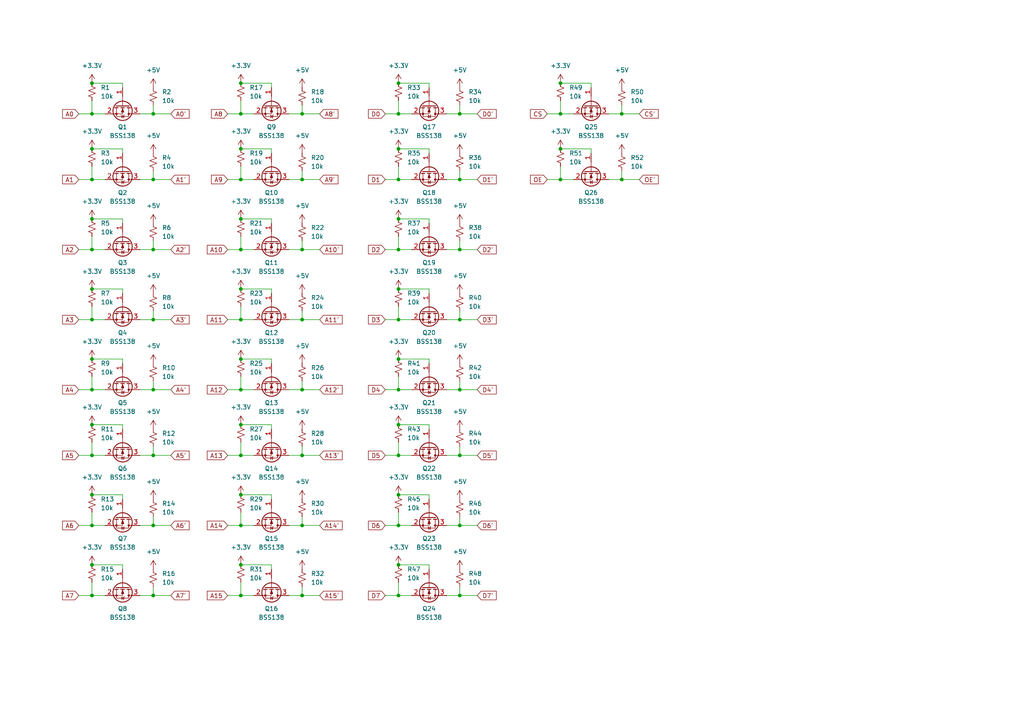
<source format=kicad_sch>
(kicad_sch (version 20231120) (generator "eeschema") (generator_version "8.0")
  (paper "A4")
  (junction (at 115.57 63.5))
  (junction (at 115.57 113.03))
  (junction (at 162.56 52.07))
  (junction (at 162.56 24.13))
  (junction (at 87.63 92.71))
  (junction (at 44.45 113.03))
  (junction (at 115.57 43.18))
  (junction (at 69.85 83.82))
  (junction (at 26.67 113.03))
  (junction (at 69.85 163.83))
  (junction (at 26.67 33.02))
  (junction (at 44.45 152.4))
  (junction (at 87.63 152.4))
  (junction (at 26.67 123.19))
  (junction (at 115.57 72.39))
  (junction (at 69.85 43.18))
  (junction (at 115.57 132.08))
  (junction (at 87.63 113.03))
  (junction (at 133.35 33.02))
  (junction (at 26.67 72.39))
  (junction (at 115.57 123.19))
  (junction (at 26.67 92.71))
  (junction (at 115.57 152.4))
  (junction (at 115.57 172.72))
  (junction (at 44.45 92.71))
  (junction (at 26.67 63.5))
  (junction (at 133.35 172.72))
  (junction (at 115.57 33.02))
  (junction (at 115.57 83.82))
  (junction (at 133.35 72.39))
  (junction (at 69.85 72.39))
  (junction (at 26.67 132.08))
  (junction (at 44.45 132.08))
  (junction (at 69.85 104.14))
  (junction (at 115.57 104.14))
  (junction (at 44.45 52.07))
  (junction (at 69.85 152.4))
  (junction (at 44.45 33.02))
  (junction (at 87.63 132.08))
  (junction (at 69.85 123.19))
  (junction (at 26.67 43.18))
  (junction (at 26.67 163.83))
  (junction (at 69.85 33.02))
  (junction (at 26.67 24.13))
  (junction (at 26.67 83.82))
  (junction (at 26.67 52.07))
  (junction (at 87.63 33.02))
  (junction (at 69.85 63.5))
  (junction (at 69.85 113.03))
  (junction (at 115.57 24.13))
  (junction (at 26.67 143.51))
  (junction (at 115.57 163.83))
  (junction (at 44.45 172.72))
  (junction (at 115.57 52.07))
  (junction (at 115.57 143.51))
  (junction (at 133.35 132.08))
  (junction (at 26.67 172.72))
  (junction (at 69.85 52.07))
  (junction (at 133.35 52.07))
  (junction (at 87.63 172.72))
  (junction (at 180.34 33.02))
  (junction (at 133.35 113.03))
  (junction (at 69.85 24.13))
  (junction (at 26.67 104.14))
  (junction (at 69.85 92.71))
  (junction (at 162.56 43.18))
  (junction (at 69.85 172.72))
  (junction (at 115.57 92.71))
  (junction (at 69.85 132.08))
  (junction (at 162.56 33.02))
  (junction (at 87.63 72.39))
  (junction (at 87.63 52.07))
  (junction (at 26.67 152.4))
  (junction (at 180.34 52.07))
  (junction (at 133.35 92.71))
  (junction (at 44.45 72.39))
  (junction (at 69.85 143.51))
  (junction (at 133.35 152.4))
  (wire (pts (xy 162.56 29.21) (xy 162.56 33.02)))
  (wire (pts (xy 44.45 132.08) (xy 40.64 132.08)))
  (wire (pts (xy 87.63 30.48) (xy 87.63 33.02)))
  (wire (pts (xy 87.63 52.07) (xy 92.71 52.07)))
  (wire (pts (xy 22.86 33.02) (xy 26.67 33.02)))
  (wire (pts (xy 26.67 168.91) (xy 26.67 172.72)))
  (wire (pts (xy 115.57 113.03) (xy 119.38 113.03)))
  (wire (pts (xy 133.35 110.49) (xy 133.35 113.03)))
  (wire (pts (xy 35.56 163.83) (xy 26.67 163.83)))
  (wire (pts (xy 78.74 165.1) (xy 78.74 163.83)))
  (wire (pts (xy 44.45 132.08) (xy 49.53 132.08)))
  (wire (pts (xy 111.76 52.07) (xy 115.57 52.07)))
  (wire (pts (xy 124.46 24.13) (xy 115.57 24.13)))
  (wire (pts (xy 35.56 44.45) (xy 35.56 43.18)))
  (wire (pts (xy 44.45 92.71) (xy 49.53 92.71)))
  (wire (pts (xy 69.85 132.08) (xy 73.66 132.08)))
  (wire (pts (xy 22.86 52.07) (xy 26.67 52.07)))
  (wire (pts (xy 115.57 33.02) (xy 119.38 33.02)))
  (wire (pts (xy 124.46 25.4) (xy 124.46 24.13)))
  (wire (pts (xy 44.45 90.17) (xy 44.45 92.71)))
  (wire (pts (xy 69.85 72.39) (xy 73.66 72.39)))
  (wire (pts (xy 22.86 132.08) (xy 26.67 132.08)))
  (wire (pts (xy 124.46 143.51) (xy 115.57 143.51)))
  (wire (pts (xy 26.67 72.39) (xy 30.48 72.39)))
  (wire (pts (xy 26.67 113.03) (xy 30.48 113.03)))
  (wire (pts (xy 87.63 113.03) (xy 83.82 113.03)))
  (wire (pts (xy 180.34 52.07) (xy 185.42 52.07)))
  (wire (pts (xy 87.63 152.4) (xy 92.71 152.4)))
  (wire (pts (xy 69.85 29.21) (xy 69.85 33.02)))
  (wire (pts (xy 78.74 83.82) (xy 69.85 83.82)))
  (wire (pts (xy 87.63 33.02) (xy 92.71 33.02)))
  (wire (pts (xy 35.56 144.78) (xy 35.56 143.51)))
  (wire (pts (xy 133.35 52.07) (xy 129.54 52.07)))
  (wire (pts (xy 133.35 152.4) (xy 129.54 152.4)))
  (wire (pts (xy 87.63 49.53) (xy 87.63 52.07)))
  (wire (pts (xy 133.35 172.72) (xy 138.43 172.72)))
  (wire (pts (xy 35.56 104.14) (xy 26.67 104.14)))
  (wire (pts (xy 44.45 149.86) (xy 44.45 152.4)))
  (wire (pts (xy 124.46 163.83) (xy 115.57 163.83)))
  (wire (pts (xy 162.56 33.02) (xy 166.37 33.02)))
  (wire (pts (xy 69.85 52.07) (xy 73.66 52.07)))
  (wire (pts (xy 162.56 52.07) (xy 166.37 52.07)))
  (wire (pts (xy 133.35 33.02) (xy 138.43 33.02)))
  (wire (pts (xy 66.04 132.08) (xy 69.85 132.08)))
  (wire (pts (xy 26.67 172.72) (xy 30.48 172.72)))
  (wire (pts (xy 22.86 72.39) (xy 26.67 72.39)))
  (wire (pts (xy 35.56 63.5) (xy 26.67 63.5)))
  (wire (pts (xy 87.63 52.07) (xy 83.82 52.07)))
  (wire (pts (xy 133.35 52.07) (xy 138.43 52.07)))
  (wire (pts (xy 124.46 83.82) (xy 115.57 83.82)))
  (wire (pts (xy 111.76 72.39) (xy 115.57 72.39)))
  (wire (pts (xy 69.85 168.91) (xy 69.85 172.72)))
  (wire (pts (xy 44.45 52.07) (xy 40.64 52.07)))
  (wire (pts (xy 115.57 52.07) (xy 119.38 52.07)))
  (wire (pts (xy 44.45 72.39) (xy 40.64 72.39)))
  (wire (pts (xy 26.67 152.4) (xy 30.48 152.4)))
  (wire (pts (xy 124.46 165.1) (xy 124.46 163.83)))
  (wire (pts (xy 69.85 128.27) (xy 69.85 132.08)))
  (wire (pts (xy 87.63 92.71) (xy 92.71 92.71)))
  (wire (pts (xy 69.85 172.72) (xy 73.66 172.72)))
  (wire (pts (xy 87.63 172.72) (xy 83.82 172.72)))
  (wire (pts (xy 35.56 64.77) (xy 35.56 63.5)))
  (wire (pts (xy 69.85 109.22) (xy 69.85 113.03)))
  (wire (pts (xy 115.57 92.71) (xy 119.38 92.71)))
  (wire (pts (xy 115.57 29.21) (xy 115.57 33.02)))
  (wire (pts (xy 78.74 123.19) (xy 69.85 123.19)))
  (wire (pts (xy 124.46 144.78) (xy 124.46 143.51)))
  (wire (pts (xy 87.63 172.72) (xy 92.71 172.72)))
  (wire (pts (xy 133.35 149.86) (xy 133.35 152.4)))
  (wire (pts (xy 66.04 92.71) (xy 69.85 92.71)))
  (wire (pts (xy 35.56 24.13) (xy 26.67 24.13)))
  (wire (pts (xy 111.76 152.4) (xy 115.57 152.4)))
  (wire (pts (xy 35.56 83.82) (xy 26.67 83.82)))
  (wire (pts (xy 133.35 49.53) (xy 133.35 52.07)))
  (wire (pts (xy 26.67 29.21) (xy 26.67 33.02)))
  (wire (pts (xy 133.35 152.4) (xy 138.43 152.4)))
  (wire (pts (xy 44.45 172.72) (xy 40.64 172.72)))
  (wire (pts (xy 69.85 88.9) (xy 69.85 92.71)))
  (wire (pts (xy 115.57 152.4) (xy 119.38 152.4)))
  (wire (pts (xy 22.86 172.72) (xy 26.67 172.72)))
  (wire (pts (xy 115.57 132.08) (xy 119.38 132.08)))
  (wire (pts (xy 158.75 33.02) (xy 162.56 33.02)))
  (wire (pts (xy 158.75 52.07) (xy 162.56 52.07)))
  (wire (pts (xy 124.46 104.14) (xy 115.57 104.14)))
  (wire (pts (xy 44.45 52.07) (xy 49.53 52.07)))
  (wire (pts (xy 44.45 30.48) (xy 44.45 33.02)))
  (wire (pts (xy 133.35 132.08) (xy 129.54 132.08)))
  (wire (pts (xy 87.63 72.39) (xy 83.82 72.39)))
  (wire (pts (xy 133.35 72.39) (xy 138.43 72.39)))
  (wire (pts (xy 133.35 92.71) (xy 129.54 92.71)))
  (wire (pts (xy 124.46 124.46) (xy 124.46 123.19)))
  (wire (pts (xy 78.74 24.13) (xy 69.85 24.13)))
  (wire (pts (xy 44.45 170.18) (xy 44.45 172.72)))
  (wire (pts (xy 133.35 69.85) (xy 133.35 72.39)))
  (wire (pts (xy 78.74 25.4) (xy 78.74 24.13)))
  (wire (pts (xy 69.85 148.59) (xy 69.85 152.4)))
  (wire (pts (xy 66.04 52.07) (xy 69.85 52.07)))
  (wire (pts (xy 87.63 149.86) (xy 87.63 152.4)))
  (wire (pts (xy 26.67 48.26) (xy 26.67 52.07)))
  (wire (pts (xy 111.76 113.03) (xy 115.57 113.03)))
  (wire (pts (xy 26.67 132.08) (xy 30.48 132.08)))
  (wire (pts (xy 171.45 44.45) (xy 171.45 43.18)))
  (wire (pts (xy 44.45 172.72) (xy 49.53 172.72)))
  (wire (pts (xy 78.74 163.83) (xy 69.85 163.83)))
  (wire (pts (xy 111.76 132.08) (xy 115.57 132.08)))
  (wire (pts (xy 180.34 33.02) (xy 176.53 33.02)))
  (wire (pts (xy 44.45 49.53) (xy 44.45 52.07)))
  (wire (pts (xy 115.57 88.9) (xy 115.57 92.71)))
  (wire (pts (xy 124.46 85.09) (xy 124.46 83.82)))
  (wire (pts (xy 180.34 33.02) (xy 185.42 33.02)))
  (wire (pts (xy 124.46 44.45) (xy 124.46 43.18)))
  (wire (pts (xy 26.67 68.58) (xy 26.67 72.39)))
  (wire (pts (xy 111.76 33.02) (xy 115.57 33.02)))
  (wire (pts (xy 26.67 52.07) (xy 30.48 52.07)))
  (wire (pts (xy 44.45 113.03) (xy 40.64 113.03)))
  (wire (pts (xy 35.56 25.4) (xy 35.56 24.13)))
  (wire (pts (xy 87.63 92.71) (xy 83.82 92.71)))
  (wire (pts (xy 115.57 172.72) (xy 119.38 172.72)))
  (wire (pts (xy 124.46 64.77) (xy 124.46 63.5)))
  (wire (pts (xy 35.56 43.18) (xy 26.67 43.18)))
  (wire (pts (xy 111.76 92.71) (xy 115.57 92.71)))
  (wire (pts (xy 22.86 92.71) (xy 26.67 92.71)))
  (wire (pts (xy 111.76 172.72) (xy 115.57 172.72)))
  (wire (pts (xy 66.04 113.03) (xy 69.85 113.03)))
  (wire (pts (xy 66.04 72.39) (xy 69.85 72.39)))
  (wire (pts (xy 87.63 110.49) (xy 87.63 113.03)))
  (wire (pts (xy 26.67 128.27) (xy 26.67 132.08)))
  (wire (pts (xy 171.45 24.13) (xy 162.56 24.13)))
  (wire (pts (xy 44.45 69.85) (xy 44.45 72.39)))
  (wire (pts (xy 44.45 152.4) (xy 49.53 152.4)))
  (wire (pts (xy 162.56 48.26) (xy 162.56 52.07)))
  (wire (pts (xy 133.35 132.08) (xy 138.43 132.08)))
  (wire (pts (xy 115.57 128.27) (xy 115.57 132.08)))
  (wire (pts (xy 133.35 172.72) (xy 129.54 172.72)))
  (wire (pts (xy 66.04 172.72) (xy 69.85 172.72)))
  (wire (pts (xy 133.35 113.03) (xy 138.43 113.03)))
  (wire (pts (xy 44.45 110.49) (xy 44.45 113.03)))
  (wire (pts (xy 133.35 90.17) (xy 133.35 92.71)))
  (wire (pts (xy 115.57 168.91) (xy 115.57 172.72)))
  (wire (pts (xy 133.35 113.03) (xy 129.54 113.03)))
  (wire (pts (xy 69.85 113.03) (xy 73.66 113.03)))
  (wire (pts (xy 69.85 33.02) (xy 73.66 33.02)))
  (wire (pts (xy 180.34 52.07) (xy 176.53 52.07)))
  (wire (pts (xy 133.35 30.48) (xy 133.35 33.02)))
  (wire (pts (xy 35.56 165.1) (xy 35.56 163.83)))
  (wire (pts (xy 66.04 33.02) (xy 69.85 33.02)))
  (wire (pts (xy 26.67 109.22) (xy 26.67 113.03)))
  (wire (pts (xy 78.74 124.46) (xy 78.74 123.19)))
  (wire (pts (xy 78.74 63.5) (xy 69.85 63.5)))
  (wire (pts (xy 87.63 132.08) (xy 83.82 132.08)))
  (wire (pts (xy 133.35 170.18) (xy 133.35 172.72)))
  (wire (pts (xy 69.85 48.26) (xy 69.85 52.07)))
  (wire (pts (xy 22.86 113.03) (xy 26.67 113.03)))
  (wire (pts (xy 115.57 68.58) (xy 115.57 72.39)))
  (wire (pts (xy 87.63 33.02) (xy 83.82 33.02)))
  (wire (pts (xy 133.35 33.02) (xy 129.54 33.02)))
  (wire (pts (xy 87.63 90.17) (xy 87.63 92.71)))
  (wire (pts (xy 124.46 105.41) (xy 124.46 104.14)))
  (wire (pts (xy 87.63 152.4) (xy 83.82 152.4)))
  (wire (pts (xy 78.74 143.51) (xy 69.85 143.51)))
  (wire (pts (xy 87.63 72.39) (xy 92.71 72.39)))
  (wire (pts (xy 124.46 63.5) (xy 115.57 63.5)))
  (wire (pts (xy 35.56 123.19) (xy 26.67 123.19)))
  (wire (pts (xy 124.46 43.18) (xy 115.57 43.18)))
  (wire (pts (xy 26.67 88.9) (xy 26.67 92.71)))
  (wire (pts (xy 26.67 148.59) (xy 26.67 152.4)))
  (wire (pts (xy 44.45 33.02) (xy 49.53 33.02)))
  (wire (pts (xy 69.85 92.71) (xy 73.66 92.71)))
  (wire (pts (xy 87.63 170.18) (xy 87.63 172.72)))
  (wire (pts (xy 78.74 144.78) (xy 78.74 143.51)))
  (wire (pts (xy 78.74 43.18) (xy 69.85 43.18)))
  (wire (pts (xy 133.35 72.39) (xy 129.54 72.39)))
  (wire (pts (xy 171.45 43.18) (xy 162.56 43.18)))
  (wire (pts (xy 87.63 113.03) (xy 92.71 113.03)))
  (wire (pts (xy 180.34 49.53) (xy 180.34 52.07)))
  (wire (pts (xy 180.34 30.48) (xy 180.34 33.02)))
  (wire (pts (xy 87.63 129.54) (xy 87.63 132.08)))
  (wire (pts (xy 35.56 124.46) (xy 35.56 123.19)))
  (wire (pts (xy 133.35 129.54) (xy 133.35 132.08)))
  (wire (pts (xy 26.67 33.02) (xy 30.48 33.02)))
  (wire (pts (xy 66.04 152.4) (xy 69.85 152.4)))
  (wire (pts (xy 44.45 92.71) (xy 40.64 92.71)))
  (wire (pts (xy 44.45 72.39) (xy 49.53 72.39)))
  (wire (pts (xy 78.74 104.14) (xy 69.85 104.14)))
  (wire (pts (xy 115.57 72.39) (xy 119.38 72.39)))
  (wire (pts (xy 35.56 105.41) (xy 35.56 104.14)))
  (wire (pts (xy 26.67 92.71) (xy 30.48 92.71)))
  (wire (pts (xy 35.56 85.09) (xy 35.56 83.82)))
  (wire (pts (xy 78.74 105.41) (xy 78.74 104.14)))
  (wire (pts (xy 69.85 152.4) (xy 73.66 152.4)))
  (wire (pts (xy 44.45 152.4) (xy 40.64 152.4)))
  (wire (pts (xy 115.57 109.22) (xy 115.57 113.03)))
  (wire (pts (xy 44.45 129.54) (xy 44.45 132.08)))
  (wire (pts (xy 78.74 85.09) (xy 78.74 83.82)))
  (wire (pts (xy 69.85 68.58) (xy 69.85 72.39)))
  (wire (pts (xy 124.46 123.19) (xy 115.57 123.19)))
  (wire (pts (xy 44.45 113.03) (xy 49.53 113.03)))
  (wire (pts (xy 78.74 64.77) (xy 78.74 63.5)))
  (wire (pts (xy 115.57 48.26) (xy 115.57 52.07)))
  (wire (pts (xy 22.86 152.4) (xy 26.67 152.4)))
  (wire (pts (xy 87.63 132.08) (xy 92.71 132.08)))
  (wire (pts (xy 171.45 25.4) (xy 171.45 24.13)))
  (wire (pts (xy 35.56 143.51) (xy 26.67 143.51)))
  (wire (pts (xy 87.63 69.85) (xy 87.63 72.39)))
  (wire (pts (xy 44.45 33.02) (xy 40.64 33.02)))
  (wire (pts (xy 115.57 148.59) (xy 115.57 152.4)))
  (wire (pts (xy 78.74 44.45) (xy 78.74 43.18)))
  (wire (pts (xy 133.35 92.71) (xy 138.43 92.71)))
  (global_label "A12" (shape input) (at 66.04 113.03 180) (property "Intersheetrefs" "${INTERSHEET_REFS}" (effects (hide yes))))
  (global_label "A15'" (shape input) (at 92.71 172.72 0) (property "Intersheetrefs" "${INTERSHEET_REFS}" (effects (hide yes))))
  (global_label "OE'" (shape input) (at 185.42 52.07 0) (property "Intersheetrefs" "${INTERSHEET_REFS}" (effects (hide yes))))
  (global_label "D0" (shape input) (at 111.76 33.02 180) (property "Intersheetrefs" "${INTERSHEET_REFS}" (effects (hide yes))))
  (global_label "A8" (shape input) (at 66.04 33.02 180) (property "Intersheetrefs" "${INTERSHEET_REFS}" (effects (hide yes))))
  (global_label "D4" (shape input) (at 111.76 113.03 180) (property "Intersheetrefs" "${INTERSHEET_REFS}" (effects (hide yes))))
  (global_label "A6'" (shape input) (at 49.53 152.4 0) (property "Intersheetrefs" "${INTERSHEET_REFS}" (effects (hide yes))))
  (global_label "A5" (shape input) (at 22.86 132.08 180) (property "Intersheetrefs" "${INTERSHEET_REFS}" (effects (hide yes))))
  (global_label "D5'" (shape input) (at 138.43 132.08 0) (property "Intersheetrefs" "${INTERSHEET_REFS}" (effects (hide yes))))
  (global_label "D3'" (shape input) (at 138.43 92.71 0) (property "Intersheetrefs" "${INTERSHEET_REFS}" (effects (hide yes))))
  (global_label "A13'" (shape input) (at 92.71 132.08 0) (property "Intersheetrefs" "${INTERSHEET_REFS}" (effects (hide yes))))
  (global_label "A0'" (shape input) (at 49.53 33.02 0) (property "Intersheetrefs" "${INTERSHEET_REFS}" (effects (hide yes))))
  (global_label "A0" (shape input) (at 22.86 33.02 180) (property "Intersheetrefs" "${INTERSHEET_REFS}" (effects (hide yes))))
  (global_label "A6" (shape input) (at 22.86 152.4 180) (property "Intersheetrefs" "${INTERSHEET_REFS}" (effects (hide yes))))
  (global_label "D6'" (shape input) (at 138.43 152.4 0) (property "Intersheetrefs" "${INTERSHEET_REFS}" (effects (hide yes))))
  (global_label "A15" (shape input) (at 66.04 172.72 180) (property "Intersheetrefs" "${INTERSHEET_REFS}" (effects (hide yes))))
  (global_label "A9" (shape input) (at 66.04 52.07 180) (property "Intersheetrefs" "${INTERSHEET_REFS}" (effects (hide yes))))
  (global_label "D4'" (shape input) (at 138.43 113.03 0) (property "Intersheetrefs" "${INTERSHEET_REFS}" (effects (hide yes))))
  (global_label "A7" (shape input) (at 22.86 172.72 180) (property "Intersheetrefs" "${INTERSHEET_REFS}" (effects (hide yes))))
  (global_label "OE" (shape input) (at 158.75 52.07 180) (property "Intersheetrefs" "${INTERSHEET_REFS}" (effects (hide yes))))
  (global_label "D2'" (shape input) (at 138.43 72.39 0) (property "Intersheetrefs" "${INTERSHEET_REFS}" (effects (hide yes))))
  (global_label "D1'" (shape input) (at 138.43 52.07 0) (property "Intersheetrefs" "${INTERSHEET_REFS}" (effects (hide yes))))
  (global_label "D6" (shape input) (at 111.76 152.4 180) (property "Intersheetrefs" "${INTERSHEET_REFS}" (effects (hide yes))))
  (global_label "A4" (shape input) (at 22.86 113.03 180) (property "Intersheetrefs" "${INTERSHEET_REFS}" (effects (hide yes))))
  (global_label "A11'" (shape input) (at 92.71 92.71 0) (property "Intersheetrefs" "${INTERSHEET_REFS}" (effects (hide yes))))
  (global_label "A2" (shape input) (at 22.86 72.39 180) (property "Intersheetrefs" "${INTERSHEET_REFS}" (effects (hide yes))))
  (global_label "D2" (shape input) (at 111.76 72.39 180) (property "Intersheetrefs" "${INTERSHEET_REFS}" (effects (hide yes))))
  (global_label "A10" (shape input) (at 66.04 72.39 180) (property "Intersheetrefs" "${INTERSHEET_REFS}" (effects (hide yes))))
  (global_label "D0'" (shape input) (at 138.43 33.02 0) (property "Intersheetrefs" "${INTERSHEET_REFS}" (effects (hide yes))))
  (global_label "D7'" (shape input) (at 138.43 172.72 0) (property "Intersheetrefs" "${INTERSHEET_REFS}" (effects (hide yes))))
  (global_label "D1" (shape input) (at 111.76 52.07 180) (property "Intersheetrefs" "${INTERSHEET_REFS}" (effects (hide yes))))
  (global_label "A14'" (shape input) (at 92.71 152.4 0) (property "Intersheetrefs" "${INTERSHEET_REFS}" (effects (hide yes))))
  (global_label "A13" (shape input) (at 66.04 132.08 180) (property "Intersheetrefs" "${INTERSHEET_REFS}" (effects (hide yes))))
  (global_label "A12'" (shape input) (at 92.71 113.03 0) (property "Intersheetrefs" "${INTERSHEET_REFS}" (effects (hide yes))))
  (global_label "CS'" (shape input) (at 185.42 33.02 0) (property "Intersheetrefs" "${INTERSHEET_REFS}" (effects (hide yes))))
  (global_label "A7'" (shape input) (at 49.53 172.72 0) (property "Intersheetrefs" "${INTERSHEET_REFS}" (effects (hide yes))))
  (global_label "A3" (shape input) (at 22.86 92.71 180) (property "Intersheetrefs" "${INTERSHEET_REFS}" (effects (hide yes))))
  (global_label "D7" (shape input) (at 111.76 172.72 180) (property "Intersheetrefs" "${INTERSHEET_REFS}" (effects (hide yes))))
  (global_label "A14" (shape input) (at 66.04 152.4 180) (property "Intersheetrefs" "${INTERSHEET_REFS}" (effects (hide yes))))
  (global_label "A1" (shape input) (at 22.86 52.07 180) (property "Intersheetrefs" "${INTERSHEET_REFS}" (effects (hide yes))))
  (global_label "D3" (shape input) (at 111.76 92.71 180) (property "Intersheetrefs" "${INTERSHEET_REFS}" (effects (hide yes))))
  (global_label "CS" (shape input) (at 158.75 33.02 180) (property "Intersheetrefs" "${INTERSHEET_REFS}" (effects (hide yes))))
  (global_label "A4'" (shape input) (at 49.53 113.03 0) (property "Intersheetrefs" "${INTERSHEET_REFS}" (effects (hide yes))))
  (global_label "A10'" (shape input) (at 92.71 72.39 0) (property "Intersheetrefs" "${INTERSHEET_REFS}" (effects (hide yes))))
  (global_label "A3'" (shape input) (at 49.53 92.71 0) (property "Intersheetrefs" "${INTERSHEET_REFS}" (effects (hide yes))))
  (global_label "A11" (shape input) (at 66.04 92.71 180) (property "Intersheetrefs" "${INTERSHEET_REFS}" (effects (hide yes))))
  (global_label "A2'" (shape input) (at 49.53 72.39 0) (property "Intersheetrefs" "${INTERSHEET_REFS}" (effects (hide yes))))
  (global_label "A8'" (shape input) (at 92.71 33.02 0) (property "Intersheetrefs" "${INTERSHEET_REFS}" (effects (hide yes))))
  (global_label "D5" (shape input) (at 111.76 132.08 180) (property "Intersheetrefs" "${INTERSHEET_REFS}" (effects (hide yes))))
  (global_label "A1'" (shape input) (at 49.53 52.07 0) (property "Intersheetrefs" "${INTERSHEET_REFS}" (effects (hide yes))))
  (global_label "A5'" (shape input) (at 49.53 132.08 0) (property "Intersheetrefs" "${INTERSHEET_REFS}" (effects (hide yes))))
  (global_label "A9'" (shape input) (at 92.71 52.07 0) (property "Intersheetrefs" "${INTERSHEET_REFS}" (effects (hide yes))))
  (symbol (lib_id "Device:R_Small_US") (at 115.57 125.73 0) (unit 1)
    (property "Reference" "R43" (at 118.11 124.4599 0) (effects (justify left)))
    (property "Value" "10k" (at 118.11 126.9999 0) (effects (justify left)))
    (property "Footprint" "Resistor_SMD:R_0402_1005Metric" (effects (hide yes)))
    (property "Description" "Resistor, small US symbol" (effects (hide yes)))
  )
  (symbol (lib_id "power:+3.3V") (at 26.67 143.51 0) (unit 1)
    (property "Reference" "#PWR015" (effects (hide yes)))
    (property "Value" "+3.3V" (at 26.67 138.43 0))
    (property "Description" "Power symbol creates a global label with name \"+3.3V\"" (effects (hide yes)))
  )
  (symbol (lib_id "Device:R_Small_US") (at 133.35 67.31 0) (unit 1)
    (property "Reference" "R38" (at 135.89 66.0399 0) (effects (justify left)))
    (property "Value" "10k" (at 135.89 68.5799 0) (effects (justify left)))
    (property "Footprint" "Resistor_SMD:R_0402_1005Metric" (effects (hide yes)))
    (property "Description" "Resistor, small US symbol" (effects (hide yes)))
  )
  (symbol (lib_id "Device:R_Small_US") (at 87.63 147.32 0) (unit 1)
    (property "Reference" "R30" (at 90.17 146.0499 0) (effects (justify left)))
    (property "Value" "10k" (at 90.17 148.5899 0) (effects (justify left)))
    (property "Footprint" "Resistor_SMD:R_0402_1005Metric" (effects (hide yes)))
    (property "Description" "Resistor, small US symbol" (effects (hide yes)))
  )
  (symbol (lib_id "Device:R_Small_US") (at 69.85 166.37 0) (unit 1)
    (property "Reference" "R31" (at 72.39 165.0999 0) (effects (justify left)))
    (property "Value" "10k" (at 72.39 167.6399 0) (effects (justify left)))
    (property "Footprint" "Resistor_SMD:R_0402_1005Metric" (effects (hide yes)))
    (property "Description" "Resistor, small US symbol" (effects (hide yes)))
  )
  (symbol (lib_id "power:+3.3V") (at 69.85 63.5 0) (unit 1)
    (property "Reference" "#PWR023" (effects (hide yes)))
    (property "Value" "+3.3V" (at 69.85 58.42 0))
    (property "Description" "Power symbol creates a global label with name \"+3.3V\"" (effects (hide yes)))
  )
  (symbol (lib_id "Device:R_Small_US") (at 26.67 66.04 0) (unit 1)
    (property "Reference" "R5" (at 29.21 64.7699 0) (effects (justify left)))
    (property "Value" "10k" (at 29.21 67.3099 0) (effects (justify left)))
    (property "Footprint" "Resistor_SMD:R_0402_1005Metric" (effects (hide yes)))
    (property "Description" "Resistor, small US symbol" (effects (hide yes)))
  )
  (symbol (lib_id "power:+5V") (at 133.35 124.46 0) (unit 1)
    (property "Reference" "#PWR046" (effects (hide yes)))
    (property "Value" "+5V" (at 133.35 119.38 0))
    (property "Description" "Power symbol creates a global label with name \"+5V\"" (effects (hide yes)))
  )
  (symbol (lib_id "Device:R_Small_US") (at 26.67 106.68 0) (unit 1)
    (property "Reference" "R9" (at 29.21 105.4099 0) (effects (justify left)))
    (property "Value" "10k" (at 29.21 107.9499 0) (effects (justify left)))
    (property "Footprint" "Resistor_SMD:R_0402_1005Metric" (effects (hide yes)))
    (property "Description" "Resistor, small US symbol" (effects (hide yes)))
  )
  (symbol (lib_id "Transistor_FET:BSS138") (at 78.74 129.54 270) (unit 1)
    (property "Reference" "Q14" (at 78.74 135.89 90))
    (property "Value" "BSS138" (at 78.74 138.43 90))
    (property "Footprint" "Package_TO_SOT_SMD:SOT-23" (effects (hide yes)))
    (property "Datasheet" "https://www.onsemi.com/pub/Collateral/BSS138-D.PDF" (effects (hide yes)))
    (property "Description" "50V Vds, 0.22A Id, N-Channel MOSFET, SOT-23" (effects (hide yes)))
  )
  (symbol (lib_id "power:+3.3V") (at 26.67 83.82 0) (unit 1)
    (property "Reference" "#PWR09" (effects (hide yes)))
    (property "Value" "+3.3V" (at 26.67 78.74 0))
    (property "Description" "Power symbol creates a global label with name \"+3.3V\"" (effects (hide yes)))
  )
  (symbol (lib_id "Transistor_FET:BSS138") (at 78.74 149.86 270) (unit 1)
    (property "Reference" "Q15" (at 78.74 156.21 90))
    (property "Value" "BSS138" (at 78.74 158.75 90))
    (property "Footprint" "Package_TO_SOT_SMD:SOT-23" (effects (hide yes)))
    (property "Datasheet" "https://www.onsemi.com/pub/Collateral/BSS138-D.PDF" (effects (hide yes)))
    (property "Description" "50V Vds, 0.22A Id, N-Channel MOSFET, SOT-23" (effects (hide yes)))
  )
  (symbol (lib_id "Device:R_Small_US") (at 69.85 86.36 0) (unit 1)
    (property "Reference" "R23" (at 72.39 85.0899 0) (effects (justify left)))
    (property "Value" "10k" (at 72.39 87.6299 0) (effects (justify left)))
    (property "Footprint" "Resistor_SMD:R_0402_1005Metric" (effects (hide yes)))
    (property "Description" "Resistor, small US symbol" (effects (hide yes)))
  )
  (symbol (lib_id "Device:R_Small_US") (at 44.45 67.31 0) (unit 1)
    (property "Reference" "R6" (at 46.99 66.0399 0) (effects (justify left)))
    (property "Value" "10k" (at 46.99 68.5799 0) (effects (justify left)))
    (property "Footprint" "Resistor_SMD:R_0402_1005Metric" (effects (hide yes)))
    (property "Description" "Resistor, small US symbol" (effects (hide yes)))
  )
  (symbol (lib_id "power:+3.3V") (at 115.57 163.83 0) (unit 1)
    (property "Reference" "#PWR049" (effects (hide yes)))
    (property "Value" "+3.3V" (at 115.57 158.75 0))
    (property "Description" "Power symbol creates a global label with name \"+3.3V\"" (effects (hide yes)))
  )
  (symbol (lib_id "Transistor_FET:BSS138") (at 171.45 49.53 270) (unit 1)
    (property "Reference" "Q26" (at 171.45 55.88 90))
    (property "Value" "BSS138" (at 171.45 58.42 90))
    (property "Footprint" "Package_TO_SOT_SMD:SOT-23" (effects (hide yes)))
    (property "Datasheet" "https://www.onsemi.com/pub/Collateral/BSS138-D.PDF" (effects (hide yes)))
    (property "Description" "50V Vds, 0.22A Id, N-Channel MOSFET, SOT-23" (effects (hide yes)))
  )
  (symbol (lib_id "power:+5V") (at 87.63 144.78 0) (unit 1)
    (property "Reference" "#PWR032" (effects (hide yes)))
    (property "Value" "+5V" (at 87.63 139.7 0))
    (property "Description" "Power symbol creates a global label with name \"+5V\"" (effects (hide yes)))
  )
  (symbol (lib_id "Device:R_Small_US") (at 44.45 147.32 0) (unit 1)
    (property "Reference" "R14" (at 46.99 146.0499 0) (effects (justify left)))
    (property "Value" "10k" (at 46.99 148.5899 0) (effects (justify left)))
    (property "Footprint" "Resistor_SMD:R_0402_1005Metric" (effects (hide yes)))
    (property "Description" "Resistor, small US symbol" (effects (hide yes)))
  )
  (symbol (lib_id "Device:R_Small_US") (at 115.57 166.37 0) (unit 1)
    (property "Reference" "R47" (at 118.11 165.0999 0) (effects (justify left)))
    (property "Value" "10k" (at 118.11 167.6399 0) (effects (justify left)))
    (property "Footprint" "Resistor_SMD:R_0402_1005Metric" (effects (hide yes)))
    (property "Description" "Resistor, small US symbol" (effects (hide yes)))
  )
  (symbol (lib_id "power:+3.3V") (at 26.67 104.14 0) (unit 1)
    (property "Reference" "#PWR011" (effects (hide yes)))
    (property "Value" "+3.3V" (at 26.67 99.06 0))
    (property "Description" "Power symbol creates a global label with name \"+3.3V\"" (effects (hide yes)))
  )
  (symbol (lib_id "Device:R_Small_US") (at 69.85 125.73 0) (unit 1)
    (property "Reference" "R27" (at 72.39 124.4599 0) (effects (justify left)))
    (property "Value" "10k" (at 72.39 126.9999 0) (effects (justify left)))
    (property "Footprint" "Resistor_SMD:R_0402_1005Metric" (effects (hide yes)))
    (property "Description" "Resistor, small US symbol" (effects (hide yes)))
  )
  (symbol (lib_id "power:+5V") (at 133.35 25.4 0) (unit 1)
    (property "Reference" "#PWR036" (effects (hide yes)))
    (property "Value" "+5V" (at 133.35 20.32 0))
    (property "Description" "Power symbol creates a global label with name \"+5V\"" (effects (hide yes)))
  )
  (symbol (lib_id "power:+3.3V") (at 162.56 43.18 0) (unit 1)
    (property "Reference" "#PWR058" (effects (hide yes)))
    (property "Value" "+3.3V" (at 162.56 38.1 0))
    (property "Description" "Power symbol creates a global label with name \"+3.3V\"" (effects (hide yes)))
  )
  (symbol (lib_id "Transistor_FET:BSS138") (at 124.46 129.54 270) (unit 1)
    (property "Reference" "Q22" (at 124.46 135.89 90))
    (property "Value" "BSS138" (at 124.46 138.43 90))
    (property "Footprint" "Package_TO_SOT_SMD:SOT-23" (effects (hide yes)))
    (property "Datasheet" "https://www.onsemi.com/pub/Collateral/BSS138-D.PDF" (effects (hide yes)))
    (property "Description" "50V Vds, 0.22A Id, N-Channel MOSFET, SOT-23" (effects (hide yes)))
  )
  (symbol (lib_id "Device:R_Small_US") (at 133.35 46.99 0) (unit 1)
    (property "Reference" "R36" (at 135.89 45.7199 0) (effects (justify left)))
    (property "Value" "10k" (at 135.89 48.2599 0) (effects (justify left)))
    (property "Footprint" "Resistor_SMD:R_0402_1005Metric" (effects (hide yes)))
    (property "Description" "Resistor, small US symbol" (effects (hide yes)))
  )
  (symbol (lib_id "Device:R_Small_US") (at 87.63 46.99 0) (unit 1)
    (property "Reference" "R20" (at 90.17 45.7199 0) (effects (justify left)))
    (property "Value" "10k" (at 90.17 48.2599 0) (effects (justify left)))
    (property "Footprint" "Resistor_SMD:R_0402_1005Metric" (effects (hide yes)))
    (property "Description" "Resistor, small US symbol" (effects (hide yes)))
  )
  (symbol (lib_id "power:+5V") (at 133.35 165.1 0) (unit 1)
    (property "Reference" "#PWR050" (effects (hide yes)))
    (property "Value" "+5V" (at 133.35 160.02 0))
    (property "Description" "Power symbol creates a global label with name \"+5V\"" (effects (hide yes)))
  )
  (symbol (lib_id "power:+3.3V") (at 26.67 123.19 0) (unit 1)
    (property "Reference" "#PWR013" (effects (hide yes)))
    (property "Value" "+3.3V" (at 26.67 118.11 0))
    (property "Description" "Power symbol creates a global label with name \"+3.3V\"" (effects (hide yes)))
  )
  (symbol (lib_id "power:+3.3V") (at 69.85 104.14 0) (unit 1)
    (property "Reference" "#PWR027" (effects (hide yes)))
    (property "Value" "+3.3V" (at 69.85 99.06 0))
    (property "Description" "Power symbol creates a global label with name \"+3.3V\"" (effects (hide yes)))
  )
  (symbol (lib_id "Transistor_FET:BSS138") (at 124.46 170.18 270) (unit 1)
    (property "Reference" "Q24" (at 124.46 176.53 90))
    (property "Value" "BSS138" (at 124.46 179.07 90))
    (property "Footprint" "Package_TO_SOT_SMD:SOT-23" (effects (hide yes)))
    (property "Datasheet" "https://www.onsemi.com/pub/Collateral/BSS138-D.PDF" (effects (hide yes)))
    (property "Description" "50V Vds, 0.22A Id, N-Channel MOSFET, SOT-23" (effects (hide yes)))
  )
  (symbol (lib_id "power:+5V") (at 44.45 44.45 0) (unit 1)
    (property "Reference" "#PWR06" (effects (hide yes)))
    (property "Value" "+5V" (at 44.45 39.37 0))
    (property "Description" "Power symbol creates a global label with name \"+5V\"" (effects (hide yes)))
  )
  (symbol (lib_id "power:+5V") (at 87.63 105.41 0) (unit 1)
    (property "Reference" "#PWR028" (effects (hide yes)))
    (property "Value" "+5V" (at 87.63 100.33 0))
    (property "Description" "Power symbol creates a global label with name \"+5V\"" (effects (hide yes)))
  )
  (symbol (lib_id "Device:R_Small_US") (at 162.56 26.67 0) (unit 1)
    (property "Reference" "R49" (at 165.1 25.3999 0) (effects (justify left)))
    (property "Value" "10k" (at 165.1 27.9399 0) (effects (justify left)))
    (property "Footprint" "Resistor_SMD:R_0402_1005Metric" (effects (hide yes)))
    (property "Description" "Resistor, small US symbol" (effects (hide yes)))
  )
  (symbol (lib_id "Device:R_Small_US") (at 133.35 87.63 0) (unit 1)
    (property "Reference" "R40" (at 135.89 86.3599 0) (effects (justify left)))
    (property "Value" "10k" (at 135.89 88.8999 0) (effects (justify left)))
    (property "Footprint" "Resistor_SMD:R_0402_1005Metric" (effects (hide yes)))
    (property "Description" "Resistor, small US symbol" (effects (hide yes)))
  )
  (symbol (lib_id "Device:R_Small_US") (at 180.34 46.99 0) (unit 1)
    (property "Reference" "R52" (at 182.88 45.7199 0) (effects (justify left)))
    (property "Value" "10k" (at 182.88 48.2599 0) (effects (justify left)))
    (property "Footprint" "Resistor_SMD:R_0402_1005Metric" (effects (hide yes)))
    (property "Description" "Resistor, small US symbol" (effects (hide yes)))
  )
  (symbol (lib_id "Transistor_FET:BSS138") (at 124.46 30.48 270) (unit 1)
    (property "Reference" "Q17" (at 124.46 36.83 90))
    (property "Value" "BSS138" (at 124.46 39.37 90))
    (property "Footprint" "Package_TO_SOT_SMD:SOT-23" (effects (hide yes)))
    (property "Datasheet" "https://www.onsemi.com/pub/Collateral/BSS138-D.PDF" (effects (hide yes)))
    (property "Description" "50V Vds, 0.22A Id, N-Channel MOSFET, SOT-23" (effects (hide yes)))
  )
  (symbol (lib_id "Device:R_Small_US") (at 69.85 66.04 0) (unit 1)
    (property "Reference" "R21" (at 72.39 64.7699 0) (effects (justify left)))
    (property "Value" "10k" (at 72.39 67.3099 0) (effects (justify left)))
    (property "Footprint" "Resistor_SMD:R_0402_1005Metric" (effects (hide yes)))
    (property "Description" "Resistor, small US symbol" (effects (hide yes)))
  )
  (symbol (lib_id "power:+3.3V") (at 26.67 163.83 0) (unit 1)
    (property "Reference" "#PWR017" (effects (hide yes)))
    (property "Value" "+3.3V" (at 26.67 158.75 0))
    (property "Description" "Power symbol creates a global label with name \"+3.3V\"" (effects (hide yes)))
  )
  (symbol (lib_id "power:+3.3V") (at 26.67 63.5 0) (unit 1)
    (property "Reference" "#PWR07" (effects (hide yes)))
    (property "Value" "+3.3V" (at 26.67 58.42 0))
    (property "Description" "Power symbol creates a global label with name \"+3.3V\"" (effects (hide yes)))
  )
  (symbol (lib_id "Device:R_Small_US") (at 180.34 27.94 0) (unit 1)
    (property "Reference" "R50" (at 182.88 26.6699 0) (effects (justify left)))
    (property "Value" "10k" (at 182.88 29.2099 0) (effects (justify left)))
    (property "Footprint" "Resistor_SMD:R_0402_1005Metric" (effects (hide yes)))
    (property "Description" "Resistor, small US symbol" (effects (hide yes)))
  )
  (symbol (lib_id "power:+3.3V") (at 69.85 123.19 0) (unit 1)
    (property "Reference" "#PWR029" (effects (hide yes)))
    (property "Value" "+3.3V" (at 69.85 118.11 0))
    (property "Description" "Power symbol creates a global label with name \"+3.3V\"" (effects (hide yes)))
  )
  (symbol (lib_id "power:+3.3V") (at 115.57 104.14 0) (unit 1)
    (property "Reference" "#PWR043" (effects (hide yes)))
    (property "Value" "+3.3V" (at 115.57 99.06 0))
    (property "Description" "Power symbol creates a global label with name \"+3.3V\"" (effects (hide yes)))
  )
  (symbol (lib_id "power:+5V") (at 87.63 64.77 0) (unit 1)
    (property "Reference" "#PWR024" (effects (hide yes)))
    (property "Value" "+5V" (at 87.63 59.69 0))
    (property "Description" "Power symbol creates a global label with name \"+5V\"" (effects (hide yes)))
  )
  (symbol (lib_id "Transistor_FET:BSS138") (at 124.46 149.86 270) (unit 1)
    (property "Reference" "Q23" (at 124.46 156.21 90))
    (property "Value" "BSS138" (at 124.46 158.75 90))
    (property "Footprint" "Package_TO_SOT_SMD:SOT-23" (effects (hide yes)))
    (property "Datasheet" "https://www.onsemi.com/pub/Collateral/BSS138-D.PDF" (effects (hide yes)))
    (property "Description" "50V Vds, 0.22A Id, N-Channel MOSFET, SOT-23" (effects (hide yes)))
  )
  (symbol (lib_id "Device:R_Small_US") (at 69.85 146.05 0) (unit 1)
    (property "Reference" "R29" (at 72.39 144.7799 0) (effects (justify left)))
    (property "Value" "10k" (at 72.39 147.3199 0) (effects (justify left)))
    (property "Footprint" "Resistor_SMD:R_0402_1005Metric" (effects (hide yes)))
    (property "Description" "Resistor, small US symbol" (effects (hide yes)))
  )
  (symbol (lib_id "Device:R_Small_US") (at 87.63 67.31 0) (unit 1)
    (property "Reference" "R22" (at 90.17 66.0399 0) (effects (justify left)))
    (property "Value" "10k" (at 90.17 68.5799 0) (effects (justify left)))
    (property "Footprint" "Resistor_SMD:R_0402_1005Metric" (effects (hide yes)))
    (property "Description" "Resistor, small US symbol" (effects (hide yes)))
  )
  (symbol (lib_id "Device:R_Small_US") (at 87.63 167.64 0) (unit 1)
    (property "Reference" "R32" (at 90.17 166.3699 0) (effects (justify left)))
    (property "Value" "10k" (at 90.17 168.9099 0) (effects (justify left)))
    (property "Footprint" "Resistor_SMD:R_0402_1005Metric" (effects (hide yes)))
    (property "Description" "Resistor, small US symbol" (effects (hide yes)))
  )
  (symbol (lib_id "Device:R_Small_US") (at 115.57 66.04 0) (unit 1)
    (property "Reference" "R37" (at 118.11 64.7699 0) (effects (justify left)))
    (property "Value" "10k" (at 118.11 67.3099 0) (effects (justify left)))
    (property "Footprint" "Resistor_SMD:R_0402_1005Metric" (effects (hide yes)))
    (property "Description" "Resistor, small US symbol" (effects (hide yes)))
  )
  (symbol (lib_id "power:+3.3V") (at 26.67 24.13 0) (unit 1)
    (property "Reference" "#PWR01" (effects (hide yes)))
    (property "Value" "+3.3V" (at 26.67 19.05 0))
    (property "Description" "Power symbol creates a global label with name \"+3.3V\"" (effects (hide yes)))
  )
  (symbol (lib_id "power:+5V") (at 44.45 105.41 0) (unit 1)
    (property "Reference" "#PWR012" (effects (hide yes)))
    (property "Value" "+5V" (at 44.45 100.33 0))
    (property "Description" "Power symbol creates a global label with name \"+5V\"" (effects (hide yes)))
  )
  (symbol (lib_id "power:+3.3V") (at 115.57 123.19 0) (unit 1)
    (property "Reference" "#PWR045" (effects (hide yes)))
    (property "Value" "+3.3V" (at 115.57 118.11 0))
    (property "Description" "Power symbol creates a global label with name \"+3.3V\"" (effects (hide yes)))
  )
  (symbol (lib_id "power:+5V") (at 44.45 25.4 0) (unit 1)
    (property "Reference" "#PWR02" (effects (hide yes)))
    (property "Value" "+5V" (at 44.45 20.32 0))
    (property "Description" "Power symbol creates a global label with name \"+5V\"" (effects (hide yes)))
  )
  (symbol (lib_id "power:+5V") (at 133.35 44.45 0) (unit 1)
    (property "Reference" "#PWR038" (effects (hide yes)))
    (property "Value" "+5V" (at 133.35 39.37 0))
    (property "Description" "Power symbol creates a global label with name \"+5V\"" (effects (hide yes)))
  )
  (symbol (lib_id "Transistor_FET:BSS138") (at 124.46 49.53 270) (unit 1)
    (property "Reference" "Q18" (at 124.46 55.88 90))
    (property "Value" "BSS138" (at 124.46 58.42 90))
    (property "Footprint" "Package_TO_SOT_SMD:SOT-23" (effects (hide yes)))
    (property "Datasheet" "https://www.onsemi.com/pub/Collateral/BSS138-D.PDF" (effects (hide yes)))
    (property "Description" "50V Vds, 0.22A Id, N-Channel MOSFET, SOT-23" (effects (hide yes)))
  )
  (symbol (lib_id "Device:R_Small_US") (at 133.35 147.32 0) (unit 1)
    (property "Reference" "R46" (at 135.89 146.0499 0) (effects (justify left)))
    (property "Value" "10k" (at 135.89 148.5899 0) (effects (justify left)))
    (property "Footprint" "Resistor_SMD:R_0402_1005Metric" (effects (hide yes)))
    (property "Description" "Resistor, small US symbol" (effects (hide yes)))
  )
  (symbol (lib_id "Transistor_FET:BSS138") (at 35.56 90.17 270) (unit 1)
    (property "Reference" "Q4" (at 35.56 96.52 90))
    (property "Value" "BSS138" (at 35.56 99.06 90))
    (property "Footprint" "Package_TO_SOT_SMD:SOT-23" (effects (hide yes)))
    (property "Datasheet" "https://www.onsemi.com/pub/Collateral/BSS138-D.PDF" (effects (hide yes)))
    (property "Description" "50V Vds, 0.22A Id, N-Channel MOSFET, SOT-23" (effects (hide yes)))
  )
  (symbol (lib_id "Device:R_Small_US") (at 44.45 167.64 0) (unit 1)
    (property "Reference" "R16" (at 46.99 166.3699 0) (effects (justify left)))
    (property "Value" "10k" (at 46.99 168.9099 0) (effects (justify left)))
    (property "Footprint" "Resistor_SMD:R_0402_1005Metric" (effects (hide yes)))
    (property "Description" "Resistor, small US symbol" (effects (hide yes)))
  )
  (symbol (lib_id "Device:R_Small_US") (at 44.45 27.94 0) (unit 1)
    (property "Reference" "R2" (at 46.99 26.6699 0) (effects (justify left)))
    (property "Value" "10k" (at 46.99 29.2099 0) (effects (justify left)))
    (property "Footprint" "Resistor_SMD:R_0402_1005Metric" (effects (hide yes)))
    (property "Description" "Resistor, small US symbol" (effects (hide yes)))
  )
  (symbol (lib_id "power:+3.3V") (at 115.57 83.82 0) (unit 1)
    (property "Reference" "#PWR041" (effects (hide yes)))
    (property "Value" "+3.3V" (at 115.57 78.74 0))
    (property "Description" "Power symbol creates a global label with name \"+3.3V\"" (effects (hide yes)))
  )
  (symbol (lib_id "Transistor_FET:BSS138") (at 35.56 149.86 270) (unit 1)
    (property "Reference" "Q7" (at 35.56 156.21 90))
    (property "Value" "BSS138" (at 35.56 158.75 90))
    (property "Footprint" "Package_TO_SOT_SMD:SOT-23" (effects (hide yes)))
    (property "Datasheet" "https://www.onsemi.com/pub/Collateral/BSS138-D.PDF" (effects (hide yes)))
    (property "Description" "50V Vds, 0.22A Id, N-Channel MOSFET, SOT-23" (effects (hide yes)))
  )
  (symbol (lib_id "Transistor_FET:BSS138") (at 78.74 69.85 270) (unit 1)
    (property "Reference" "Q11" (at 78.74 76.2 90))
    (property "Value" "BSS138" (at 78.74 78.74 90))
    (property "Footprint" "Package_TO_SOT_SMD:SOT-23" (effects (hide yes)))
    (property "Datasheet" "https://www.onsemi.com/pub/Collateral/BSS138-D.PDF" (effects (hide yes)))
    (property "Description" "50V Vds, 0.22A Id, N-Channel MOSFET, SOT-23" (effects (hide yes)))
  )
  (symbol (lib_id "Transistor_FET:BSS138") (at 78.74 90.17 270) (unit 1)
    (property "Reference" "Q12" (at 78.74 96.52 90))
    (property "Value" "BSS138" (at 78.74 99.06 90))
    (property "Footprint" "Package_TO_SOT_SMD:SOT-23" (effects (hide yes)))
    (property "Datasheet" "https://www.onsemi.com/pub/Collateral/BSS138-D.PDF" (effects (hide yes)))
    (property "Description" "50V Vds, 0.22A Id, N-Channel MOSFET, SOT-23" (effects (hide yes)))
  )
  (symbol (lib_id "Transistor_FET:BSS138") (at 78.74 49.53 270) (unit 1)
    (property "Reference" "Q10" (at 78.74 55.88 90))
    (property "Value" "BSS138" (at 78.74 58.42 90))
    (property "Footprint" "Package_TO_SOT_SMD:SOT-23" (effects (hide yes)))
    (property "Datasheet" "https://www.onsemi.com/pub/Collateral/BSS138-D.PDF" (effects (hide yes)))
    (property "Description" "50V Vds, 0.22A Id, N-Channel MOSFET, SOT-23" (effects (hide yes)))
  )
  (symbol (lib_id "power:+5V") (at 44.45 124.46 0) (unit 1)
    (property "Reference" "#PWR014" (effects (hide yes)))
    (property "Value" "+5V" (at 44.45 119.38 0))
    (property "Description" "Power symbol creates a global label with name \"+5V\"" (effects (hide yes)))
  )
  (symbol (lib_id "power:+3.3V") (at 26.67 43.18 0) (unit 1)
    (property "Reference" "#PWR05" (effects (hide yes)))
    (property "Value" "+3.3V" (at 26.67 38.1 0))
    (property "Description" "Power symbol creates a global label with name \"+3.3V\"" (effects (hide yes)))
  )
  (symbol (lib_id "Transistor_FET:BSS138") (at 171.45 30.48 270) (unit 1)
    (property "Reference" "Q25" (at 171.45 36.83 90))
    (property "Value" "BSS138" (at 171.45 39.37 90))
    (property "Footprint" "Package_TO_SOT_SMD:SOT-23" (effects (hide yes)))
    (property "Datasheet" "https://www.onsemi.com/pub/Collateral/BSS138-D.PDF" (effects (hide yes)))
    (property "Description" "50V Vds, 0.22A Id, N-Channel MOSFET, SOT-23" (effects (hide yes)))
  )
  (symbol (lib_id "power:+3.3V") (at 69.85 143.51 0) (unit 1)
    (property "Reference" "#PWR031" (effects (hide yes)))
    (property "Value" "+3.3V" (at 69.85 138.43 0))
    (property "Description" "Power symbol creates a global label with name \"+3.3V\"" (effects (hide yes)))
  )
  (symbol (lib_id "power:+3.3V") (at 69.85 43.18 0) (unit 1)
    (property "Reference" "#PWR021" (effects (hide yes)))
    (property "Value" "+3.3V" (at 69.85 38.1 0))
    (property "Description" "Power symbol creates a global label with name \"+3.3V\"" (effects (hide yes)))
  )
  (symbol (lib_id "Transistor_FET:BSS138") (at 124.46 69.85 270) (unit 1)
    (property "Reference" "Q19" (at 124.46 76.2 90))
    (property "Value" "BSS138" (at 124.46 78.74 90))
    (property "Footprint" "Package_TO_SOT_SMD:SOT-23" (effects (hide yes)))
    (property "Datasheet" "https://www.onsemi.com/pub/Collateral/BSS138-D.PDF" (effects (hide yes)))
    (property "Description" "50V Vds, 0.22A Id, N-Channel MOSFET, SOT-23" (effects (hide yes)))
  )
  (symbol (lib_id "power:+3.3V") (at 69.85 24.13 0) (unit 1)
    (property "Reference" "#PWR019" (effects (hide yes)))
    (property "Value" "+3.3V" (at 69.85 19.05 0))
    (property "Description" "Power symbol creates a global label with name \"+3.3V\"" (effects (hide yes)))
  )
  (symbol (lib_id "power:+5V") (at 87.63 124.46 0) (unit 1)
    (property "Reference" "#PWR030" (effects (hide yes)))
    (property "Value" "+5V" (at 87.63 119.38 0))
    (property "Description" "Power symbol creates a global label with name \"+5V\"" (effects (hide yes)))
  )
  (symbol (lib_id "Transistor_FET:BSS138") (at 78.74 110.49 270) (unit 1)
    (property "Reference" "Q13" (at 78.74 116.84 90))
    (property "Value" "BSS138" (at 78.74 119.38 90))
    (property "Footprint" "Package_TO_SOT_SMD:SOT-23" (effects (hide yes)))
    (property "Datasheet" "https://www.onsemi.com/pub/Collateral/BSS138-D.PDF" (effects (hide yes)))
    (property "Description" "50V Vds, 0.22A Id, N-Channel MOSFET, SOT-23" (effects (hide yes)))
  )
  (symbol (lib_id "power:+5V") (at 87.63 85.09 0) (unit 1)
    (property "Reference" "#PWR026" (effects (hide yes)))
    (property "Value" "+5V" (at 87.63 80.01 0))
    (property "Description" "Power symbol creates a global label with name \"+5V\"" (effects (hide yes)))
  )
  (symbol (lib_id "power:+5V") (at 87.63 25.4 0) (unit 1)
    (property "Reference" "#PWR020" (effects (hide yes)))
    (property "Value" "+5V" (at 87.63 20.32 0))
    (property "Description" "Power symbol creates a global label with name \"+5V\"" (effects (hide yes)))
  )
  (symbol (lib_id "power:+5V") (at 133.35 64.77 0) (unit 1)
    (property "Reference" "#PWR040" (effects (hide yes)))
    (property "Value" "+5V" (at 133.35 59.69 0))
    (property "Description" "Power symbol creates a global label with name \"+5V\"" (effects (hide yes)))
  )
  (symbol (lib_id "Device:R_Small_US") (at 115.57 26.67 0) (unit 1)
    (property "Reference" "R33" (at 118.11 25.3999 0) (effects (justify left)))
    (property "Value" "10k" (at 118.11 27.9399 0) (effects (justify left)))
    (property "Footprint" "Resistor_SMD:R_0402_1005Metric" (effects (hide yes)))
    (property "Description" "Resistor, small US symbol" (effects (hide yes)))
  )
  (symbol (lib_id "Device:R_Small_US") (at 44.45 107.95 0) (unit 1)
    (property "Reference" "R10" (at 46.99 106.6799 0) (effects (justify left)))
    (property "Value" "10k" (at 46.99 109.2199 0) (effects (justify left)))
    (property "Footprint" "Resistor_SMD:R_0402_1005Metric" (effects (hide yes)))
    (property "Description" "Resistor, small US symbol" (effects (hide yes)))
  )
  (symbol (lib_id "Device:R_Small_US") (at 26.67 146.05 0) (unit 1)
    (property "Reference" "R13" (at 29.21 144.7799 0) (effects (justify left)))
    (property "Value" "10k" (at 29.21 147.3199 0) (effects (justify left)))
    (property "Footprint" "Resistor_SMD:R_0402_1005Metric" (effects (hide yes)))
    (property "Description" "Resistor, small US symbol" (effects (hide yes)))
  )
  (symbol (lib_id "power:+5V") (at 87.63 165.1 0) (unit 1)
    (property "Reference" "#PWR034" (effects (hide yes)))
    (property "Value" "+5V" (at 87.63 160.02 0))
    (property "Description" "Power symbol creates a global label with name \"+5V\"" (effects (hide yes)))
  )
  (symbol (lib_id "Transistor_FET:BSS138") (at 124.46 110.49 270) (unit 1)
    (property "Reference" "Q21" (at 124.46 116.84 90))
    (property "Value" "BSS138" (at 124.46 119.38 90))
    (property "Footprint" "Package_TO_SOT_SMD:SOT-23" (effects (hide yes)))
    (property "Datasheet" "https://www.onsemi.com/pub/Collateral/BSS138-D.PDF" (effects (hide yes)))
    (property "Description" "50V Vds, 0.22A Id, N-Channel MOSFET, SOT-23" (effects (hide yes)))
  )
  (symbol (lib_id "Device:R_Small_US") (at 69.85 45.72 0) (unit 1)
    (property "Reference" "R19" (at 72.39 44.4499 0) (effects (justify left)))
    (property "Value" "10k" (at 72.39 46.9899 0) (effects (justify left)))
    (property "Footprint" "Resistor_SMD:R_0402_1005Metric" (effects (hide yes)))
    (property "Description" "Resistor, small US symbol" (effects (hide yes)))
  )
  (symbol (lib_id "Device:R_Small_US") (at 162.56 45.72 0) (unit 1)
    (property "Reference" "R51" (at 165.1 44.4499 0) (effects (justify left)))
    (property "Value" "10k" (at 165.1 46.9899 0) (effects (justify left)))
    (property "Footprint" "Resistor_SMD:R_0402_1005Metric" (effects (hide yes)))
    (property "Description" "Resistor, small US symbol" (effects (hide yes)))
  )
  (symbol (lib_id "Device:R_Small_US") (at 133.35 127 0) (unit 1)
    (property "Reference" "R44" (at 135.89 125.7299 0) (effects (justify left)))
    (property "Value" "10k" (at 135.89 128.2699 0) (effects (justify left)))
    (property "Footprint" "Resistor_SMD:R_0402_1005Metric" (effects (hide yes)))
    (property "Description" "Resistor, small US symbol" (effects (hide yes)))
  )
  (symbol (lib_id "power:+3.3V") (at 115.57 43.18 0) (unit 1)
    (property "Reference" "#PWR037" (effects (hide yes)))
    (property "Value" "+3.3V" (at 115.57 38.1 0))
    (property "Description" "Power symbol creates a global label with name \"+3.3V\"" (effects (hide yes)))
  )
  (symbol (lib_id "Device:R_Small_US") (at 133.35 107.95 0) (unit 1)
    (property "Reference" "R42" (at 135.89 106.6799 0) (effects (justify left)))
    (property "Value" "10k" (at 135.89 109.2199 0) (effects (justify left)))
    (property "Footprint" "Resistor_SMD:R_0402_1005Metric" (effects (hide yes)))
    (property "Description" "Resistor, small US symbol" (effects (hide yes)))
  )
  (symbol (lib_id "power:+5V") (at 44.45 85.09 0) (unit 1)
    (property "Reference" "#PWR010" (effects (hide yes)))
    (property "Value" "+5V" (at 44.45 80.01 0))
    (property "Description" "Power symbol creates a global label with name \"+5V\"" (effects (hide yes)))
  )
  (symbol (lib_id "Device:R_Small_US") (at 26.67 26.67 0) (unit 1)
    (property "Reference" "R1" (at 29.21 25.3999 0) (effects (justify left)))
    (property "Value" "10k" (at 29.21 27.9399 0) (effects (justify left)))
    (property "Footprint" "Resistor_SMD:R_0402_1005Metric" (effects (hide yes)))
    (property "Description" "Resistor, small US symbol" (effects (hide yes)))
  )
  (symbol (lib_id "Device:R_Small_US") (at 44.45 46.99 0) (unit 1)
    (property "Reference" "R4" (at 46.99 45.7199 0) (effects (justify left)))
    (property "Value" "10k" (at 46.99 48.2599 0) (effects (justify left)))
    (property "Footprint" "Resistor_SMD:R_0402_1005Metric" (effects (hide yes)))
    (property "Description" "Resistor, small US symbol" (effects (hide yes)))
  )
  (symbol (lib_id "Device:R_Small_US") (at 26.67 125.73 0) (unit 1)
    (property "Reference" "R11" (at 29.21 124.4599 0) (effects (justify left)))
    (property "Value" "10k" (at 29.21 126.9999 0) (effects (justify left)))
    (property "Footprint" "Resistor_SMD:R_0402_1005Metric" (effects (hide yes)))
    (property "Description" "Resistor, small US symbol" (effects (hide yes)))
  )
  (symbol (lib_id "Device:R_Small_US") (at 26.67 45.72 0) (unit 1)
    (property "Reference" "R3" (at 29.21 44.4499 0) (effects (justify left)))
    (property "Value" "10k" (at 29.21 46.9899 0) (effects (justify left)))
    (property "Footprint" "Resistor_SMD:R_0402_1005Metric" (effects (hide yes)))
    (property "Description" "Resistor, small US symbol" (effects (hide yes)))
  )
  (symbol (lib_id "Device:R_Small_US") (at 115.57 86.36 0) (unit 1)
    (property "Reference" "R39" (at 118.11 85.0899 0) (effects (justify left)))
    (property "Value" "10k" (at 118.11 87.6299 0) (effects (justify left)))
    (property "Footprint" "Resistor_SMD:R_0402_1005Metric" (effects (hide yes)))
    (property "Description" "Resistor, small US symbol" (effects (hide yes)))
  )
  (symbol (lib_id "power:+3.3V") (at 115.57 63.5 0) (unit 1)
    (property "Reference" "#PWR039" (effects (hide yes)))
    (property "Value" "+3.3V" (at 115.57 58.42 0))
    (property "Description" "Power symbol creates a global label with name \"+3.3V\"" (effects (hide yes)))
  )
  (symbol (lib_id "power:+5V") (at 44.45 165.1 0) (unit 1)
    (property "Reference" "#PWR018" (effects (hide yes)))
    (property "Value" "+5V" (at 44.45 160.02 0))
    (property "Description" "Power symbol creates a global label with name \"+5V\"" (effects (hide yes)))
  )
  (symbol (lib_id "Device:R_Small_US") (at 26.67 166.37 0) (unit 1)
    (property "Reference" "R15" (at 29.21 165.0999 0) (effects (justify left)))
    (property "Value" "10k" (at 29.21 167.6399 0) (effects (justify left)))
    (property "Footprint" "Resistor_SMD:R_0402_1005Metric" (effects (hide yes)))
    (property "Description" "Resistor, small US symbol" (effects (hide yes)))
  )
  (symbol (lib_id "Device:R_Small_US") (at 44.45 127 0) (unit 1)
    (property "Reference" "R12" (at 46.99 125.7299 0) (effects (justify left)))
    (property "Value" "10k" (at 46.99 128.2699 0) (effects (justify left)))
    (property "Footprint" "Resistor_SMD:R_0402_1005Metric" (effects (hide yes)))
    (property "Description" "Resistor, small US symbol" (effects (hide yes)))
  )
  (symbol (lib_id "Transistor_FET:BSS138") (at 124.46 90.17 270) (unit 1)
    (property "Reference" "Q20" (at 124.46 96.52 90))
    (property "Value" "BSS138" (at 124.46 99.06 90))
    (property "Footprint" "Package_TO_SOT_SMD:SOT-23" (effects (hide yes)))
    (property "Datasheet" "https://www.onsemi.com/pub/Collateral/BSS138-D.PDF" (effects (hide yes)))
    (property "Description" "50V Vds, 0.22A Id, N-Channel MOSFET, SOT-23" (effects (hide yes)))
  )
  (symbol (lib_id "Device:R_Small_US") (at 115.57 146.05 0) (unit 1)
    (property "Reference" "R45" (at 118.11 144.7799 0) (effects (justify left)))
    (property "Value" "10k" (at 118.11 147.3199 0) (effects (justify left)))
    (property "Footprint" "Resistor_SMD:R_0402_1005Metric" (effects (hide yes)))
    (property "Description" "Resistor, small US symbol" (effects (hide yes)))
  )
  (symbol (lib_id "Transistor_FET:BSS138") (at 78.74 30.48 270) (unit 1)
    (property "Reference" "Q9" (at 78.74 36.83 90))
    (property "Value" "BSS138" (at 78.74 39.37 90))
    (property "Footprint" "Package_TO_SOT_SMD:SOT-23" (effects (hide yes)))
    (property "Datasheet" "https://www.onsemi.com/pub/Collateral/BSS138-D.PDF" (effects (hide yes)))
    (property "Description" "50V Vds, 0.22A Id, N-Channel MOSFET, SOT-23" (effects (hide yes)))
  )
  (symbol (lib_id "Device:R_Small_US") (at 87.63 107.95 0) (unit 1)
    (property "Reference" "R26" (at 90.17 106.6799 0) (effects (justify left)))
    (property "Value" "10k" (at 90.17 109.2199 0) (effects (justify left)))
    (property "Footprint" "Resistor_SMD:R_0402_1005Metric" (effects (hide yes)))
    (property "Description" "Resistor, small US symbol" (effects (hide yes)))
  )
  (symbol (lib_id "Device:R_Small_US") (at 69.85 106.68 0) (unit 1)
    (property "Reference" "R25" (at 72.39 105.4099 0) (effects (justify left)))
    (property "Value" "10k" (at 72.39 107.9499 0) (effects (justify left)))
    (property "Footprint" "Resistor_SMD:R_0402_1005Metric" (effects (hide yes)))
    (property "Description" "Resistor, small US symbol" (effects (hide yes)))
  )
  (symbol (lib_id "power:+5V") (at 44.45 64.77 0) (unit 1)
    (property "Reference" "#PWR08" (effects (hide yes)))
    (property "Value" "+5V" (at 44.45 59.69 0))
    (property "Description" "Power symbol creates a global label with name \"+5V\"" (effects (hide yes)))
  )
  (symbol (lib_id "power:+5V") (at 44.45 144.78 0) (unit 1)
    (property "Reference" "#PWR016" (effects (hide yes)))
    (property "Value" "+5V" (at 44.45 139.7 0))
    (property "Description" "Power symbol creates a global label with name \"+5V\"" (effects (hide yes)))
  )
  (symbol (lib_id "Device:R_Small_US") (at 133.35 27.94 0) (unit 1)
    (property "Reference" "R34" (at 135.89 26.6699 0) (effects (justify left)))
    (property "Value" "10k" (at 135.89 29.2099 0) (effects (justify left)))
    (property "Footprint" "Resistor_SMD:R_0402_1005Metric" (effects (hide yes)))
    (property "Description" "Resistor, small US symbol" (effects (hide yes)))
  )
  (symbol (lib_id "Device:R_Small_US") (at 115.57 106.68 0) (unit 1)
    (property "Reference" "R41" (at 118.11 105.4099 0) (effects (justify left)))
    (property "Value" "10k" (at 118.11 107.9499 0) (effects (justify left)))
    (property "Footprint" "Resistor_SMD:R_0402_1005Metric" (effects (hide yes)))
    (property "Description" "Resistor, small US symbol" (effects (hide yes)))
  )
  (symbol (lib_id "Transistor_FET:BSS138") (at 78.74 170.18 270) (unit 1)
    (property "Reference" "Q16" (at 78.74 176.53 90))
    (property "Value" "BSS138" (at 78.74 179.07 90))
    (property "Footprint" "Package_TO_SOT_SMD:SOT-23" (effects (hide yes)))
    (property "Datasheet" "https://www.onsemi.com/pub/Collateral/BSS138-D.PDF" (effects (hide yes)))
    (property "Description" "50V Vds, 0.22A Id, N-Channel MOSFET, SOT-23" (effects (hide yes)))
  )
  (symbol (lib_id "power:+3.3V") (at 69.85 83.82 0) (unit 1)
    (property "Reference" "#PWR025" (effects (hide yes)))
    (property "Value" "+3.3V" (at 69.85 78.74 0))
    (property "Description" "Power symbol creates a global label with name \"+3.3V\"" (effects (hide yes)))
  )
  (symbol (lib_id "Transistor_FET:BSS138") (at 35.56 30.48 270) (unit 1)
    (property "Reference" "Q1" (at 35.56 36.83 90))
    (property "Value" "BSS138" (at 35.56 39.37 90))
    (property "Footprint" "Package_TO_SOT_SMD:SOT-23" (effects (hide yes)))
    (property "Datasheet" "https://www.onsemi.com/pub/Collateral/BSS138-D.PDF" (effects (hide yes)))
    (property "Description" "50V Vds, 0.22A Id, N-Channel MOSFET, SOT-23" (effects (hide yes)))
  )
  (symbol (lib_id "power:+5V") (at 87.63 44.45 0) (unit 1)
    (property "Reference" "#PWR022" (effects (hide yes)))
    (property "Value" "+5V" (at 87.63 39.37 0))
    (property "Description" "Power symbol creates a global label with name \"+5V\"" (effects (hide yes)))
  )
  (symbol (lib_id "power:+3.3V") (at 69.85 163.83 0) (unit 1)
    (property "Reference" "#PWR033" (effects (hide yes)))
    (property "Value" "+3.3V" (at 69.85 158.75 0))
    (property "Description" "Power symbol creates a global label with name \"+3.3V\"" (effects (hide yes)))
  )
  (symbol (lib_id "Device:R_Small_US") (at 69.85 26.67 0) (unit 1)
    (property "Reference" "R17" (at 72.39 25.3999 0) (effects (justify left)))
    (property "Value" "10k" (at 72.39 27.9399 0) (effects (justify left)))
    (property "Footprint" "Resistor_SMD:R_0402_1005Metric" (effects (hide yes)))
    (property "Description" "Resistor, small US symbol" (effects (hide yes)))
  )
  (symbol (lib_id "power:+3.3V") (at 115.57 24.13 0) (unit 1)
    (property "Reference" "#PWR035" (effects (hide yes)))
    (property "Value" "+3.3V" (at 115.57 19.05 0))
    (property "Description" "Power symbol creates a global label with name \"+3.3V\"" (effects (hide yes)))
  )
  (symbol (lib_id "Device:R_Small_US") (at 87.63 87.63 0) (unit 1)
    (property "Reference" "R24" (at 90.17 86.3599 0) (effects (justify left)))
    (property "Value" "10k" (at 90.17 88.8999 0) (effects (justify left)))
    (property "Footprint" "Resistor_SMD:R_0402_1005Metric" (effects (hide yes)))
    (property "Description" "Resistor, small US symbol" (effects (hide yes)))
  )
  (symbol (lib_id "power:+5V") (at 133.35 105.41 0) (unit 1)
    (property "Reference" "#PWR044" (effects (hide yes)))
    (property "Value" "+5V" (at 133.35 100.33 0))
    (property "Description" "Power symbol creates a global label with name \"+5V\"" (effects (hide yes)))
  )
  (symbol (lib_id "Device:R_Small_US") (at 87.63 27.94 0) (unit 1)
    (property "Reference" "R18" (at 90.17 26.6699 0) (effects (justify left)))
    (property "Value" "10k" (at 90.17 29.2099 0) (effects (justify left)))
    (property "Footprint" "Resistor_SMD:R_0402_1005Metric" (effects (hide yes)))
    (property "Description" "Resistor, small US symbol" (effects (hide yes)))
  )
  (symbol (lib_id "power:+5V") (at 133.35 85.09 0) (unit 1)
    (property "Reference" "#PWR042" (effects (hide yes)))
    (property "Value" "+5V" (at 133.35 80.01 0))
    (property "Description" "Power symbol creates a global label with name \"+5V\"" (effects (hide yes)))
  )
  (symbol (lib_id "Device:R_Small_US") (at 44.45 87.63 0) (unit 1)
    (property "Reference" "R8" (at 46.99 86.3599 0) (effects (justify left)))
    (property "Value" "10k" (at 46.99 88.8999 0) (effects (justify left)))
    (property "Footprint" "Resistor_SMD:R_0402_1005Metric" (effects (hide yes)))
    (property "Description" "Resistor, small US symbol" (effects (hide yes)))
  )
  (symbol (lib_id "power:+3.3V") (at 162.56 24.13 0) (unit 1)
    (property "Reference" "#PWR054" (effects (hide yes)))
    (property "Value" "+3.3V" (at 162.56 19.05 0))
    (property "Description" "Power symbol creates a global label with name \"+3.3V\"" (effects (hide yes)))
  )
  (symbol (lib_id "Transistor_FET:BSS138") (at 35.56 49.53 270) (unit 1)
    (property "Reference" "Q2" (at 35.56 55.88 90))
    (property "Value" "BSS138" (at 35.56 58.42 90))
    (property "Footprint" "Package_TO_SOT_SMD:SOT-23" (effects (hide yes)))
    (property "Datasheet" "https://www.onsemi.com/pub/Collateral/BSS138-D.PDF" (effects (hide yes)))
    (property "Description" "50V Vds, 0.22A Id, N-Channel MOSFET, SOT-23" (effects (hide yes)))
  )
  (symbol (lib_id "Transistor_FET:BSS138") (at 35.56 170.18 270) (unit 1)
    (property "Reference" "Q8" (at 35.56 176.53 90))
    (property "Value" "BSS138" (at 35.56 179.07 90))
    (property "Footprint" "Package_TO_SOT_SMD:SOT-23" (effects (hide yes)))
    (property "Datasheet" "https://www.onsemi.com/pub/Collateral/BSS138-D.PDF" (effects (hide yes)))
    (property "Description" "50V Vds, 0.22A Id, N-Channel MOSFET, SOT-23" (effects (hide yes)))
  )
  (symbol (lib_id "Device:R_Small_US") (at 26.67 86.36 0) (unit 1)
    (property "Reference" "R7" (at 29.21 85.0899 0) (effects (justify left)))
    (property "Value" "10k" (at 29.21 87.6299 0) (effects (justify left)))
    (property "Footprint" "Resistor_SMD:R_0402_1005Metric" (effects (hide yes)))
    (property "Description" "Resistor, small US symbol" (effects (hide yes)))
  )
  (symbol (lib_id "Transistor_FET:BSS138") (at 35.56 129.54 270) (unit 1)
    (property "Reference" "Q6" (at 35.56 135.89 90))
    (property "Value" "BSS138" (at 35.56 138.43 90))
    (property "Footprint" "Package_TO_SOT_SMD:SOT-23" (effects (hide yes)))
    (property "Datasheet" "https://www.onsemi.com/pub/Collateral/BSS138-D.PDF" (effects (hide yes)))
    (property "Description" "50V Vds, 0.22A Id, N-Channel MOSFET, SOT-23" (effects (hide yes)))
  )
  (symbol (lib_id "power:+5V") (at 133.35 144.78 0) (unit 1)
    (property "Reference" "#PWR048" (effects (hide yes)))
    (property "Value" "+5V" (at 133.35 139.7 0))
    (property "Description" "Power symbol creates a global label with name \"+5V\"" (effects (hide yes)))
  )
  (symbol (lib_id "power:+3.3V") (at 115.57 143.51 0) (unit 1)
    (property "Reference" "#PWR047" (effects (hide yes)))
    (property "Value" "+3.3V" (at 115.57 138.43 0))
    (property "Description" "Power symbol creates a global label with name \"+3.3V\"" (effects (hide yes)))
  )
  (symbol (lib_id "Transistor_FET:BSS138") (at 35.56 69.85 270) (unit 1)
    (property "Reference" "Q3" (at 35.56 76.2 90))
    (property "Value" "BSS138" (at 35.56 78.74 90))
    (property "Footprint" "Package_TO_SOT_SMD:SOT-23" (effects (hide yes)))
    (property "Datasheet" "https://www.onsemi.com/pub/Collateral/BSS138-D.PDF" (effects (hide yes)))
    (property "Description" "50V Vds, 0.22A Id, N-Channel MOSFET, SOT-23" (effects (hide yes)))
  )
  (symbol (lib_id "power:+5V") (at 180.34 44.45 0) (unit 1)
    (property "Reference" "#PWR059" (effects (hide yes)))
    (property "Value" "+5V" (at 180.34 39.37 0))
    (property "Description" "Power symbol creates a global label with name \"+5V\"" (effects (hide yes)))
  )
  (symbol (lib_id "Device:R_Small_US") (at 115.57 45.72 0) (unit 1)
    (property "Reference" "R35" (at 118.11 44.4499 0) (effects (justify left)))
    (property "Value" "10k" (at 118.11 46.9899 0) (effects (justify left)))
    (property "Footprint" "Resistor_SMD:R_0402_1005Metric" (effects (hide yes)))
    (property "Description" "Resistor, small US symbol" (effects (hide yes)))
  )
  (symbol (lib_id "Device:R_Small_US") (at 87.63 127 0) (unit 1)
    (property "Reference" "R28" (at 90.17 125.7299 0) (effects (justify left)))
    (property "Value" "10k" (at 90.17 128.2699 0) (effects (justify left)))
    (property "Footprint" "Resistor_SMD:R_0402_1005Metric" (effects (hide yes)))
    (property "Description" "Resistor, small US symbol" (effects (hide yes)))
  )
  (symbol (lib_id "power:+5V") (at 180.34 25.4 0) (unit 1)
    (property "Reference" "#PWR055" (effects (hide yes)))
    (property "Value" "+5V" (at 180.34 20.32 0))
    (property "Description" "Power symbol creates a global label with name \"+5V\"" (effects (hide yes)))
  )
  (symbol (lib_id "Transistor_FET:BSS138") (at 35.56 110.49 270) (unit 1)
    (property "Reference" "Q5" (at 35.56 116.84 90))
    (property "Value" "BSS138" (at 35.56 119.38 90))
    (property "Footprint" "Package_TO_SOT_SMD:SOT-23" (effects (hide yes)))
    (property "Datasheet" "https://www.onsemi.com/pub/Collateral/BSS138-D.PDF" (effects (hide yes)))
    (property "Description" "50V Vds, 0.22A Id, N-Channel MOSFET, SOT-23" (effects (hide yes)))
  )
  (symbol (lib_id "Device:R_Small_US") (at 133.35 167.64 0) (unit 1)
    (property "Reference" "R48" (at 135.89 166.3699 0) (effects (justify left)))
    (property "Value" "10k" (at 135.89 168.9099 0) (effects (justify left)))
    (property "Footprint" "Resistor_SMD:R_0402_1005Metric" (effects (hide yes)))
    (property "Description" "Resistor, small US symbol" (effects (hide yes)))
  )
)
</source>
